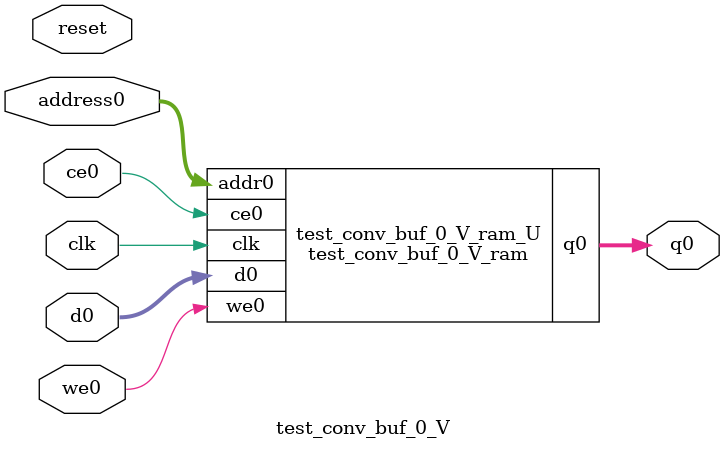
<source format=v>
`timescale 1 ns / 1 ps
module test_conv_buf_0_V_ram (addr0, ce0, d0, we0, q0,  clk);

parameter DWIDTH = 16;
parameter AWIDTH = 22;
parameter MEM_SIZE = 3276800;

input[AWIDTH-1:0] addr0;
input ce0;
input[DWIDTH-1:0] d0;
input we0;
output wire[DWIDTH-1:0] q0;
input clk;

(* ram_style = "block" *)reg [DWIDTH-1:0] ram[0:MEM_SIZE-1];
wire [AWIDTH-1:0] addr0_t0; 
reg [AWIDTH-1:0] addr0_t1; 
wire [DWIDTH-1:0] d0_t0; 
wire we0_t0; 
reg [DWIDTH-1:0] d0_t1; 
reg we0_t1; 
reg [DWIDTH-1:0] q0_t0;
reg [DWIDTH-1:0] q0_t1;


assign addr0_t0 = addr0;
assign d0_t0 = d0;
assign we0_t0 = we0;
assign q0 = q0_t1;

always @(posedge clk)  
begin
    if (ce0) 
    begin
        addr0_t1 <= addr0_t0; 
        d0_t1 <= d0_t0;
        we0_t1 <= we0_t0;
        q0_t1 <= q0_t0;
    end
end


always @(posedge clk)  
begin 
    if (ce0) begin
        if (we0_t1) 
            ram[addr0_t1] <= d0_t1; 
        q0_t0 <= ram[addr0_t1];
    end
end


endmodule

`timescale 1 ns / 1 ps
module test_conv_buf_0_V(
    reset,
    clk,
    address0,
    ce0,
    we0,
    d0,
    q0);

parameter DataWidth = 32'd16;
parameter AddressRange = 32'd3276800;
parameter AddressWidth = 32'd22;
input reset;
input clk;
input[AddressWidth - 1:0] address0;
input ce0;
input we0;
input[DataWidth - 1:0] d0;
output[DataWidth - 1:0] q0;



test_conv_buf_0_V_ram test_conv_buf_0_V_ram_U(
    .clk( clk ),
    .addr0( address0 ),
    .ce0( ce0 ),
    .we0( we0 ),
    .d0( d0 ),
    .q0( q0 ));

endmodule


</source>
